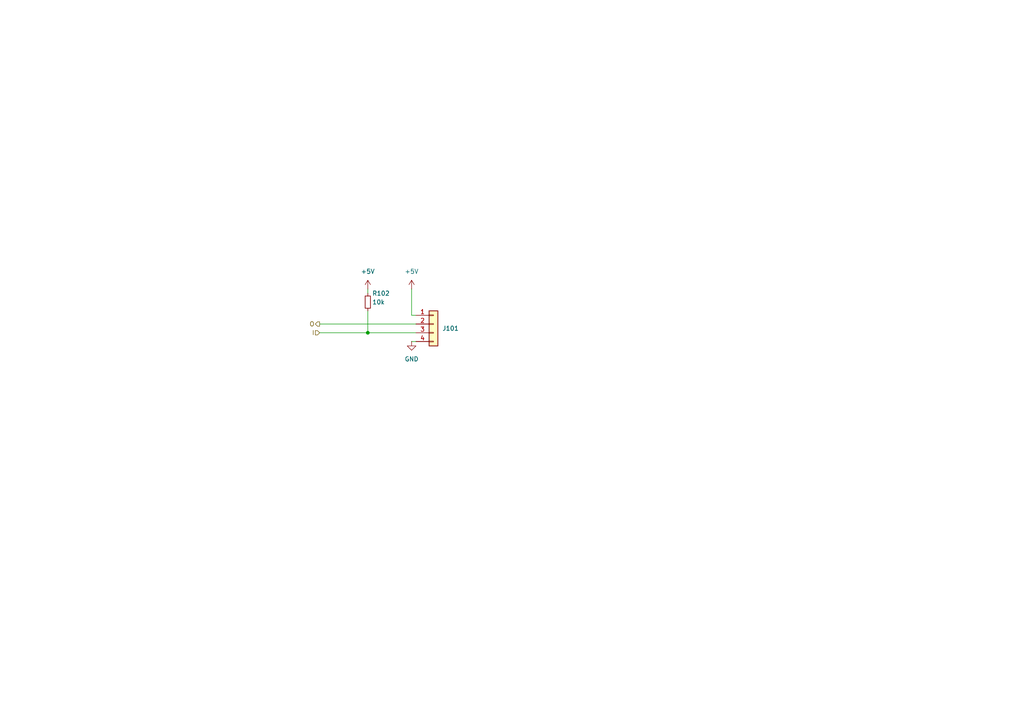
<source format=kicad_sch>
(kicad_sch (version 20231120) (generator "eeschema") (generator_version "8.0")
  (paper "A4")
  (lib_symbols
    (symbol "Connector_Generic:Conn_01x04" (pin_names (offset 1.016) hide)
      (property "Reference" "J" (at 0 5.08 0))
      (property "Value" "Conn_01x04" (at 0 -7.62 0))
      (symbol "Conn_01x04_1_1"
        (rectangle (start -1.27 -4.953) (end 0 -5.207) (stroke (width 0.1524)))
        (rectangle (start -1.27 -2.413) (end 0 -2.667) (stroke (width 0.1524)))
        (rectangle (start -1.27 0.127) (end 0 -0.127) (stroke (width 0.1524)))
        (rectangle (start -1.27 2.667) (end 0 2.413) (stroke (width 0.1524)))
        (rectangle (start -1.27 3.81) (end 1.27 -6.35) (stroke (width 0.254)) (fill (type background)))
        (pin passive line (at -5.08 2.54 0) (length 3.81) (name "Pin_1") (number "1"))
        (pin passive line (at -5.08 0 0) (length 3.81) (name "Pin_2") (number "2"))
        (pin passive line (at -5.08 -2.54 0) (length 3.81) (name "Pin_3") (number "3"))
        (pin passive line (at -5.08 -5.08 0) (length 3.81) (name "Pin_4") (number "4"))
      )
    )
    (symbol "Device:R_Small" (pin_numbers hide) (pin_names (offset 0.254) hide)
      (property "Reference" "R" (at 0.762 0.508 0))
      (property "Value" "R_Small" (at 0.762 -1.016 0))
      (symbol "R_Small_0_1"
        (rectangle (start -0.762 1.778) (end 0.762 -1.778) (stroke (width 0.2032)))
      )
      (symbol "R_Small_1_1"
        (pin passive line (at 0 2.54 270) (length 0.762) (name "~") (number "1"))
        (pin passive line (at 0 -2.54 90) (length 0.762) (name "~") (number "2"))
      )
    )
    (symbol "power:+5V" (power) (pin_numbers hide) (pin_names (offset 0) hide)
      (property "Value" "+5V" (at 0 3.556 0))
      (symbol "+5V_0_1"
        (polyline (pts (xy -0.762 1.27) (xy 0 2.54)))
        (polyline (pts (xy 0 0) (xy 0 2.54)))
        (polyline (pts (xy 0 2.54) (xy 0.762 1.27)))
      )
      (symbol "+5V_1_1"
        (pin power_in line (at 0 0 90) (length 0) (name "~") (number "1"))
      )
    )
    (symbol "power:GND" (power) (pin_numbers hide) (pin_names (offset 0) hide)
      (property "Value" "GND" (at 0 -3.81 0))
      (symbol "GND_0_1"
        (polyline (pts (xy 0 0) (xy 0 -1.27) (xy 1.27 -1.27) (xy 0 -2.54) (xy -1.27 -1.27) (xy 0 -1.27)))
      )
      (symbol "GND_1_1"
        (pin power_in line (at 0 0 270) (length 0) (name "~") (number "1"))
      )
    )
  )
  (junction (at 106.68 96.52))
  (wire (pts (xy 106.68 90.17) (xy 106.68 96.52)))
  (wire (pts (xy 119.38 99.06) (xy 120.65 99.06)))
  (wire (pts (xy 92.71 96.52) (xy 106.68 96.52)))
  (wire (pts (xy 106.68 96.52) (xy 120.65 96.52)))
  (wire (pts (xy 106.68 83.82) (xy 106.68 85.09)))
  (wire (pts (xy 92.71 93.98) (xy 120.65 93.98)))
  (wire (pts (xy 119.38 91.44) (xy 120.65 91.44)))
  (wire (pts (xy 119.38 83.82) (xy 119.38 91.44)))
  (hierarchical_label "I" (shape input) (at 92.71 96.52 180))
  (hierarchical_label "O" (shape output) (at 92.71 93.98 180))
  (symbol (lib_id "Connector_Generic:Conn_01x04") (at 125.73 93.98 0) (unit 1)
    (property "Reference" "J101" (at 128.27 95.25 0) (effects (justify left)))
    (property "Value" "Conn_01x04" (effects (hide yes)))
    (property "Footprint" "Connector_JST:JST_SH_BM04B-SRSS-TB_1x04-1MP_P1.00mm_Vertical" (effects (hide yes)))
    (property "JLCPCB Part#" "C160390" (effects (hide yes)))
    (instances (project "IO_extender" (path "" (reference "J101") (unit 1)) (path "" (reference "J201") (unit 1)) (path "" (reference "J301") (unit 1)) (path "" (reference "J401") (unit 1)) (path "" (reference "J501") (unit 1)) (path "" (reference "J601") (unit 1)) (path "" (reference "J701") (unit 1)) (path "" (reference "J801") (unit 1))))
  )
  (symbol (lib_id "power:+5V") (at 119.38 83.82 0) (unit 1)
    (property "Reference" "#PWR0202" (effects (hide yes)))
    (property "Value" "+5V" (at 119.38 78.74 0))
    (property "Description" "Power symbol creates a global label with name \"+5V\"" (effects (hide yes)))
    (instances (project "IO_extender" (path "" (reference "#PWR0202") (unit 1)) (path "" (reference "#PWR0302") (unit 1)) (path "" (reference "#PWR0402") (unit 1)) (path "" (reference "#PWR0502") (unit 1)) (path "" (reference "#PWR0602") (unit 1)) (path "" (reference "#PWR0702") (unit 1)) (path "" (reference "#PWR0802") (unit 1)) (path "" (reference "#PWR0102") (unit 1))))
  )
  (symbol (lib_id "power:+5V") (at 106.68 83.82 0) (unit 1)
    (property "Reference" "#PWR0101" (effects (hide yes)))
    (property "Value" "+5V" (at 106.68 78.74 0))
    (property "Description" "Power symbol creates a global label with name \"+5V\"" (effects (hide yes)))
    (instances (project "IO_extender" (path "" (reference "#PWR0101") (unit 1)) (path "" (reference "#PWR0201") (unit 1)) (path "" (reference "#PWR0301") (unit 1)) (path "" (reference "#PWR0401") (unit 1)) (path "" (reference "#PWR0501") (unit 1)) (path "" (reference "#PWR0601") (unit 1)) (path "" (reference "#PWR0701") (unit 1)) (path "" (reference "#PWR0801") (unit 1))))
  )
  (symbol (lib_id "Device:R_Small") (at 106.68 87.63 0) (unit 1)
    (property "Reference" "R102" (at 107.95 85.09 0) (effects (justify left)))
    (property "Value" "10k" (at 107.95 87.63 0) (effects (justify left)))
    (property "Footprint" "custom_kicad_lib_sk:R_0402_NO_SILK" (effects (hide yes)))
    (property "Description" "Resistor, small symbol" (effects (hide yes)))
    (property "JLCPCB Part#" "C25744" (effects (hide yes)))
    (instances (project "IO_extender" (path "" (reference "R102") (unit 1)) (path "" (reference "R202") (unit 1)) (path "" (reference "R302") (unit 1)) (path "" (reference "R402") (unit 1)) (path "" (reference "R502") (unit 1)) (path "" (reference "R602") (unit 1)) (path "" (reference "R702") (unit 1)) (path "" (reference "R802") (unit 1))))
  )
  (symbol (lib_id "power:GND") (at 119.38 99.06 0) (unit 1)
    (property "Reference" "#PWR0203" (effects (hide yes)))
    (property "Value" "GND" (at 119.38 104.14 0))
    (property "Description" "Power symbol creates a global label with name \"GND\" , ground" (effects (hide yes)))
    (instances (project "IO_extender" (path "" (reference "#PWR0203") (unit 1)) (path "" (reference "#PWR0303") (unit 1)) (path "" (reference "#PWR0403") (unit 1)) (path "" (reference "#PWR0503") (unit 1)) (path "" (reference "#PWR0603") (unit 1)) (path "" (reference "#PWR0703") (unit 1)) (path "" (reference "#PWR0803") (unit 1)) (path "" (reference "#PWR0103") (unit 1))))
  )
)
</source>
